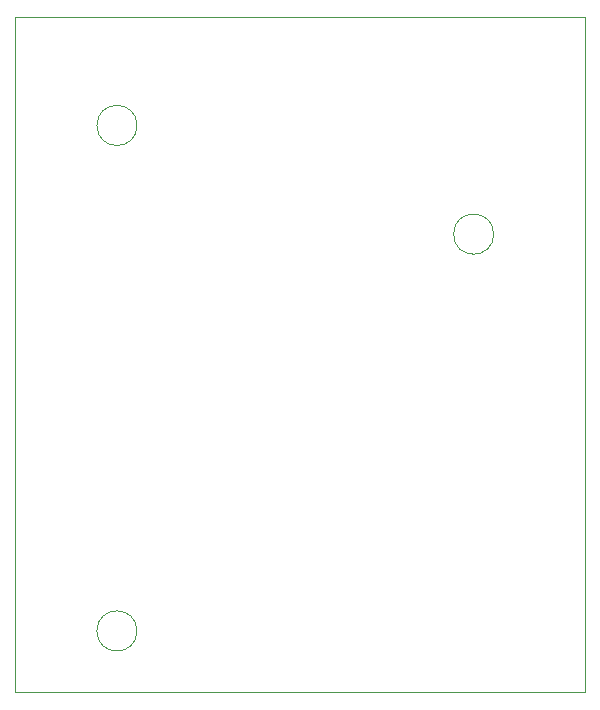
<source format=gbr>
%TF.GenerationSoftware,KiCad,Pcbnew,7.0.9*%
%TF.CreationDate,2024-01-03T14:20:43+09:00*%
%TF.ProjectId,SlimeVR_Tracker,536c696d-6556-4525-9f54-7261636b6572,rev?*%
%TF.SameCoordinates,Original*%
%TF.FileFunction,Profile,NP*%
%FSLAX46Y46*%
G04 Gerber Fmt 4.6, Leading zero omitted, Abs format (unit mm)*
G04 Created by KiCad (PCBNEW 7.0.9) date 2024-01-03 14:20:43*
%MOMM*%
%LPD*%
G01*
G04 APERTURE LIST*
%TA.AperFunction,Profile*%
%ADD10C,0.100000*%
%TD*%
G04 APERTURE END LIST*
D10*
X96700000Y-74800000D02*
G75*
G03*
X96700000Y-74800000I-1700000J0D01*
G01*
X126900000Y-41200000D02*
G75*
G03*
X126900000Y-41200000I-1700000J0D01*
G01*
X96700000Y-32000000D02*
G75*
G03*
X96700000Y-32000000I-1700000J0D01*
G01*
X86360000Y-22860000D02*
X134620000Y-22860000D01*
X134620000Y-80010000D01*
X86360000Y-80010000D01*
X86360000Y-22860000D01*
M02*

</source>
